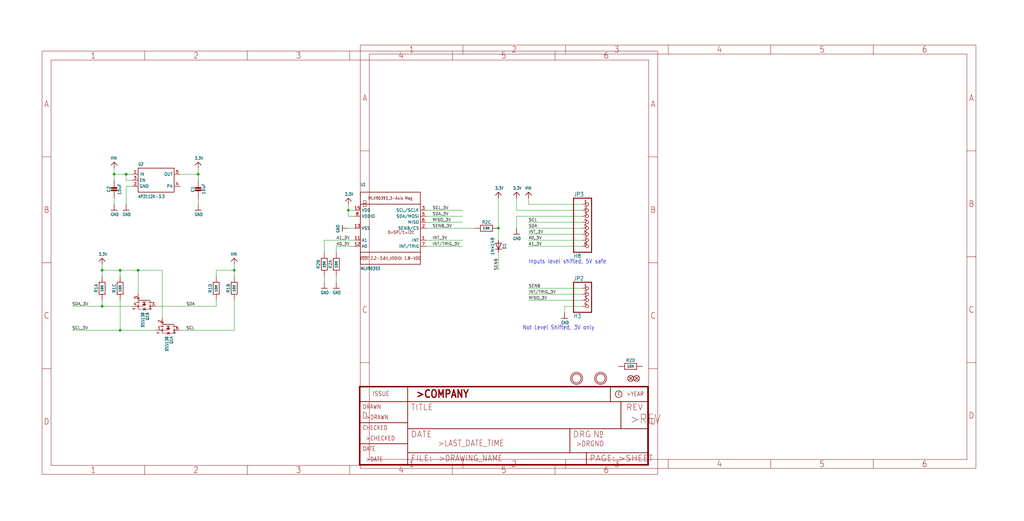
<source format=kicad_sch>
(kicad_sch (version 20211123) (generator eeschema)
  (paper "User" 433.07 220.421)
  (lib_symbols
    (symbol "schematicEagle-eagle-import:3.3V" (power)
      (property "Value" "3.3V" (at -1.524 1.016 0))
      (symbol "3.3V_1_0"
        (polyline (pts (xy -1.27 -1.27) (xy 0 0)) (stroke (width 0.254)))
        (polyline (pts (xy 0 0) (xy 1.27 -1.27)) (stroke (width 0.254)))
        (pin power_in line (at 0 -2.54 90) (length 2.54) (name "3.3V") (number "1"))
      )
    )
    (symbol "schematicEagle-eagle-import:CAP_CERAMIC0805_10MGAP"
      (property "Reference" "C" (at -2.29 1.25 90))
      (property "Value" "CAP_CERAMIC0805_10MGAP" (at 2.3 1.25 90))
      (symbol "CAP_CERAMIC0805_10MGAP_1_0"
        (rectangle (start -1.27 0.508) (end 1.27 1.016) (fill (type outline)))
        (rectangle (start -1.27 1.524) (end 1.27 2.032) (fill (type outline)))
        (polyline (pts (xy 0 0.762) (xy 0 0)) (stroke (width 0.1524)))
        (polyline (pts (xy 0 2.54) (xy 0 1.778)) (stroke (width 0.1524)))
        (pin passive line (at 0 5.08 270) (length 2.54) (name "1") (number "1"))
        (pin passive line (at 0 -2.54 90) (length 2.54) (name "2") (number "2"))
      )
    )
    (symbol "schematicEagle-eagle-import:DIODESOD-323"
      (property "Reference" "D" (at 0 2.54 0))
      (property "Value" "DIODESOD-323" (at 0 -2.5 0))
      (symbol "DIODESOD-323_1_0"
        (polyline (pts (xy -1.27 -1.27) (xy 1.27 0)) (stroke (width 0.254)))
        (polyline (pts (xy -1.27 1.27) (xy -1.27 -1.27)) (stroke (width 0.254)))
        (polyline (pts (xy 1.27 0) (xy -1.27 1.27)) (stroke (width 0.254)))
        (polyline (pts (xy 1.27 0) (xy 1.27 -1.27)) (stroke (width 0.254)))
        (polyline (pts (xy 1.27 1.27) (xy 1.27 0)) (stroke (width 0.254)))
        (pin passive line (at -2.54 0 0) (length 2.54) (name "A") (number "A"))
        (pin passive line (at 2.54 0 180) (length 2.54) (name "C") (number "C"))
      )
    )
    (symbol "schematicEagle-eagle-import:FIDUCIAL_1MM"
      (symbol "FIDUCIAL_1MM_1_0"
        (polyline (pts (xy -0.762 0.762) (xy 0.762 -0.762)) (stroke (width 0.254)))
        (polyline (pts (xy 0.762 0.762) (xy -0.762 -0.762)) (stroke (width 0.254)))
        (circle (center 0 0) (radius 1.27) (stroke (width 0.254)))
      )
    )
    (symbol "schematicEagle-eagle-import:FRAME_A4"
      (symbol "FRAME_A4_0_0"
        (polyline (pts (xy 0 44.7675) (xy 3.81 44.7675)))
        (polyline (pts (xy 0 89.535) (xy 3.81 89.535)))
        (polyline (pts (xy 0 134.3025) (xy 3.81 134.3025)))
        (polyline (pts (xy 3.81 3.81) (xy 3.81 175.26)))
        (polyline (pts (xy 43.3917 0) (xy 43.3917 3.81)))
        (polyline (pts (xy 43.3917 175.26) (xy 43.3917 179.07)))
        (polyline (pts (xy 86.7833 0) (xy 86.7833 3.81)))
        (polyline (pts (xy 86.7833 175.26) (xy 86.7833 179.07)))
        (polyline (pts (xy 130.175 0) (xy 130.175 3.81)))
        (polyline (pts (xy 130.175 175.26) (xy 130.175 179.07)))
        (polyline (pts (xy 173.5667 0) (xy 173.5667 3.81)))
        (polyline (pts (xy 173.5667 175.26) (xy 173.5667 179.07)))
        (polyline (pts (xy 216.9583 0) (xy 216.9583 3.81)))
        (polyline (pts (xy 216.9583 175.26) (xy 216.9583 179.07)))
        (polyline (pts (xy 256.54 3.81) (xy 3.81 3.81)))
        (polyline (pts (xy 256.54 3.81) (xy 256.54 175.26)))
        (polyline (pts (xy 256.54 44.7675) (xy 260.35 44.7675)))
        (polyline (pts (xy 256.54 89.535) (xy 260.35 89.535)))
        (polyline (pts (xy 256.54 134.3025) (xy 260.35 134.3025)))
        (polyline (pts (xy 256.54 175.26) (xy 3.81 175.26)))
        (polyline (pts (xy 0 0) (xy 260.35 0) (xy 260.35 179.07) (xy 0 179.07) (xy 0 0)))
        (text "1" (at 21.6958 1.905 0) (effects (font (size 2.54 2.286))))
        (text "1" (at 21.6958 177.165 0) (effects (font (size 2.54 2.286))))
        (text "2" (at 65.0875 1.905 0) (effects (font (size 2.54 2.286))))
        (text "2" (at 65.0875 177.165 0) (effects (font (size 2.54 2.286))))
        (text "3" (at 108.4792 1.905 0) (effects (font (size 2.54 2.286))))
        (text "3" (at 108.4792 177.165 0) (effects (font (size 2.54 2.286))))
        (text "4" (at 151.8708 1.905 0) (effects (font (size 2.54 2.286))))
        (text "4" (at 151.8708 177.165 0) (effects (font (size 2.54 2.286))))
        (text "5" (at 195.2625 1.905 0) (effects (font (size 2.54 2.286))))
        (text "5" (at 195.2625 177.165 0) (effects (font (size 2.54 2.286))))
        (text "6" (at 238.6542 1.905 0) (effects (font (size 2.54 2.286))))
        (text "6" (at 238.6542 177.165 0) (effects (font (size 2.54 2.286))))
        (text "A" (at 1.905 156.6863 0) (effects (font (size 2.54 2.286))))
        (text "A" (at 258.445 156.6863 0) (effects (font (size 2.54 2.286))))
        (text "B" (at 1.905 111.9188 0) (effects (font (size 2.54 2.286))))
        (text "B" (at 258.445 111.9188 0) (effects (font (size 2.54 2.286))))
        (text "C" (at 1.905 67.1513 0) (effects (font (size 2.54 2.286))))
        (text "C" (at 258.445 67.1513 0) (effects (font (size 2.54 2.286))))
        (text "D" (at 1.905 22.3838 0) (effects (font (size 2.54 2.286))))
        (text "D" (at 258.445 22.3838 0) (effects (font (size 2.54 2.286))))
      )
      (symbol "FRAME_A4_1_0"
        (polyline (pts (xy 256.54 3.81) (xy 256.54 8.89)) (stroke (width 0.1016)))
        (polyline (pts (xy 256.54 8.89) (xy 256.54 13.97)) (stroke (width 0.1016)))
        (polyline (pts (xy 256.54 13.97) (xy 256.54 19.05)) (stroke (width 0.1016)))
        (polyline (pts (xy 256.54 19.05) (xy 256.54 36.83)) (stroke (width 0.1016)))
      )
      (symbol "FRAME_A4_2_0"
        (polyline (pts (xy -0.3048 1.5748) (xy 20.0152 1.5748)) (stroke (width 0.6096)))
        (polyline (pts (xy -0.3048 10.4648) (xy -0.3048 1.5748)) (stroke (width 0.6096)))
        (polyline (pts (xy -0.3048 10.4648) (xy 20.0152 10.4648)) (stroke (width 0.3048)))
        (polyline (pts (xy -0.3048 19.3548) (xy -0.3048 10.4648)) (stroke (width 0.6096)))
        (polyline (pts (xy -0.3048 19.3548) (xy 20.0152 19.3548)) (stroke (width 0.3048)))
        (polyline (pts (xy -0.3048 28.2448) (xy -0.3048 19.3548)) (stroke (width 0.6096)))
        (polyline (pts (xy -0.3048 28.2448) (xy 20.0152 28.2448)) (stroke (width 0.3048)))
        (polyline (pts (xy -0.3048 34.5948) (xy -0.3048 28.2448)) (stroke (width 0.6096)))
        (polyline (pts (xy 20.0152 1.5748) (xy 20.0152 6.6548)) (stroke (width 0.3048)))
        (polyline (pts (xy 20.0152 1.5748) (xy 95.5802 1.5748)) (stroke (width 0.6096)))
        (polyline (pts (xy 20.0152 6.6548) (xy 20.0152 10.4648)) (stroke (width 0.3048)))
        (polyline (pts (xy 20.0152 6.6548) (xy 88.5952 6.6548)) (stroke (width 0.3048)))
        (polyline (pts (xy 20.0152 10.4648) (xy 20.0152 16.8148)) (stroke (width 0.3048)))
        (polyline (pts (xy 20.0152 16.8148) (xy 20.0152 19.3548)) (stroke (width 0.3048)))
        (polyline (pts (xy 20.0152 19.3548) (xy 20.0152 28.2448)) (stroke (width 0.3048)))
        (polyline (pts (xy 20.0152 28.2448) (xy 20.0152 34.5948)) (stroke (width 0.3048)))
        (polyline (pts (xy 20.0152 28.2448) (xy 105.7402 28.2448)) (stroke (width 0.3048)))
        (polyline (pts (xy 20.0152 34.5948) (xy -0.3048 34.5948)) (stroke (width 0.6096)))
        (polyline (pts (xy 88.5952 6.6548) (xy 95.5802 6.6548)) (stroke (width 0.3048)))
        (polyline (pts (xy 88.5952 16.8148) (xy 20.0152 16.8148)) (stroke (width 0.3048)))
        (polyline (pts (xy 88.5952 16.8148) (xy 88.5952 6.6548)) (stroke (width 0.3048)))
        (polyline (pts (xy 95.5802 1.5748) (xy 121.6152 1.5748)) (stroke (width 0.6096)))
        (polyline (pts (xy 95.5802 6.6548) (xy 95.5802 1.5748)) (stroke (width 0.3048)))
        (polyline (pts (xy 95.5802 6.6548) (xy 121.6152 6.6548)) (stroke (width 0.3048)))
        (polyline (pts (xy 101.2952 13.3223) (xy 102.2477 13.3223)) (stroke (width 0.254)))
        (polyline (pts (xy 105.7402 28.2448) (xy 105.7402 34.5948)) (stroke (width 0.3048)))
        (polyline (pts (xy 105.7402 28.2448) (xy 110.1852 28.2448)) (stroke (width 0.3048)))
        (polyline (pts (xy 105.7402 34.5948) (xy 20.0152 34.5948)) (stroke (width 0.6096)))
        (polyline (pts (xy 110.1852 16.8148) (xy 88.5952 16.8148)) (stroke (width 0.3048)))
        (polyline (pts (xy 110.1852 28.2448) (xy 110.1852 16.8148)) (stroke (width 0.3048)))
        (polyline (pts (xy 110.1852 28.2448) (xy 121.6152 28.2448)) (stroke (width 0.3048)))
        (polyline (pts (xy 121.6152 6.6548) (xy 121.6152 1.5748)) (stroke (width 0.6096)))
        (polyline (pts (xy 121.6152 16.8148) (xy 110.1852 16.8148)) (stroke (width 0.3048)))
        (polyline (pts (xy 121.6152 16.8148) (xy 121.6152 6.6548)) (stroke (width 0.6096)))
        (polyline (pts (xy 121.6152 28.2448) (xy 121.6152 16.8148)) (stroke (width 0.6096)))
        (polyline (pts (xy 121.6152 34.5948) (xy 105.7402 34.5948)) (stroke (width 0.6096)))
        (polyline (pts (xy 121.6152 34.5948) (xy 121.6152 28.2448)) (stroke (width 0.6096)))
        (circle (center 109.2327 31.4198) (radius 1.4199) (stroke (width 0.254)))
        (text ">CHECKED" (at 2.2352 11.7348 0) (effects (font (size 1.778 1.5113)) (justify left bottom)))
        (text ">COMPANY" (at 23.349 29.6735 0) (effects (font (size 3.175 2.6987) (thickness 0.5397) bold) (justify left bottom)))
        (text ">DATE" (at 2.2352 2.8448 0) (effects (font (size 1.778 1.5113)) (justify left bottom)))
        (text ">DRAWING_NAME" (at 33.0327 2.8448 0) (effects (font (size 2.54 2.159)) (justify left bottom)))
        (text ">DRAWN" (at 2.2352 20.6248 0) (effects (font (size 1.778 1.5113)) (justify left bottom)))
        (text ">DRGNO" (at 91.1352 9.1948 0) (effects (font (size 2.1844 1.8567)) (justify left bottom)))
        (text ">LAST_DATE_TIME" (at 32.7152 9.1948 0) (effects (font (size 2.54 2.159)) (justify left bottom)))
        (text ">REV" (at 113.9952 18.7198 0) (effects (font (size 3.81 3.2385)) (justify left bottom)))
        (text ">SHEET" (at 108.9152 2.8448 0) (effects (font (size 2.54 2.54)) (justify left bottom)))
        (text ">YEAR" (at 112.4077 30.4673 0) (effects (font (size 1.778 1.5113)) (justify left bottom)))
        (text "C" (at 108.7564 30.7848 0) (effects (font (size 1.27 1.0795)) (justify left bottom)))
        (text "CHECKED" (at 0.9652 16.1798 0) (effects (font (size 1.778 1.5113)) (justify left bottom)))
        (text "DATE" (at 0.9652 7.2898 0) (effects (font (size 1.778 1.5113)) (justify left bottom)))
        (text "DATE" (at 21.2852 13.0048 0) (effects (font (size 2.54 2.54)) (justify left bottom)))
        (text "DRAWN" (at 0.9652 25.0698 0) (effects (font (size 1.778 1.5113)) (justify left bottom)))
        (text "DRG" (at 89.8652 13.0048 0) (effects (font (size 2.54 2.54)) (justify left bottom)))
        (text "FILE:" (at 21.2852 2.8448 0) (effects (font (size 2.54 2.54)) (justify left bottom)))
        (text "ISSUE" (at 5.0927 30.4673 0) (effects (font (size 1.9304 1.6408)) (justify left bottom)))
        (text "N" (at 98.4377 13.0048 0) (effects (font (size 2.54 2.54)) (justify left bottom)))
        (text "o" (at 100.9777 13.9573 0) (effects (font (size 2.1844 1.8567)) (justify left bottom)))
        (text "PAGE:" (at 96.8502 2.8448 0) (effects (font (size 2.54 2.54)) (justify left bottom)))
        (text "REV" (at 112.4077 24.4348 0) (effects (font (size 2.54 2.54)) (justify left bottom)))
        (text "TITLE" (at 21.2852 24.4348 0) (effects (font (size 2.54 2.54)) (justify left bottom)))
      )
    )
    (symbol "schematicEagle-eagle-import:GND" (power)
      (property "Value" "GND" (at -1.524 -2.54 0))
      (symbol "GND_1_0"
        (polyline (pts (xy -1.27 0) (xy 1.27 0)) (stroke (width 0.254)))
        (pin power_in line (at 0 2.54 270) (length 2.54) (name "GND") (number "1"))
      )
    )
    (symbol "schematicEagle-eagle-import:HEADER-1X4ROUND"
      (property "Reference" "JP" (at -6.35 8.255 0))
      (property "Value" "HEADER-1X4ROUND" (at -6.35 -7.62 0))
      (symbol "HEADER-1X4ROUND_1_0"
        (polyline (pts (xy -6.35 -5.08) (xy 1.27 -5.08)) (stroke (width 0.4064)))
        (polyline (pts (xy -6.35 7.62) (xy -6.35 -5.08)) (stroke (width 0.4064)))
        (polyline (pts (xy 1.27 -5.08) (xy 1.27 7.62)) (stroke (width 0.4064)))
        (polyline (pts (xy 1.27 7.62) (xy -6.35 7.62)) (stroke (width 0.4064)))
        (pin passive inverted (at -2.54 5.08 0) (length 2.54) (name "1") (number "1"))
        (pin passive inverted (at -2.54 2.54 0) (length 2.54) (name "2") (number "2"))
        (pin passive inverted (at -2.54 0 0) (length 2.54) (name "3") (number "3"))
        (pin passive inverted (at -2.54 -2.54 0) (length 2.54) (name "4") (number "4"))
      )
    )
    (symbol "schematicEagle-eagle-import:HEADER-1X8ROUND"
      (property "Reference" "JP" (at -6.35 13.335 0))
      (property "Value" "HEADER-1X8ROUND" (at -6.35 -12.7 0))
      (symbol "HEADER-1X8ROUND_1_0"
        (polyline (pts (xy -6.35 -10.16) (xy 1.27 -10.16)) (stroke (width 0.4064)))
        (polyline (pts (xy -6.35 12.7) (xy -6.35 -10.16)) (stroke (width 0.4064)))
        (polyline (pts (xy 1.27 -10.16) (xy 1.27 12.7)) (stroke (width 0.4064)))
        (polyline (pts (xy 1.27 12.7) (xy -6.35 12.7)) (stroke (width 0.4064)))
        (pin passive inverted (at -2.54 10.16 0) (length 2.54) (name "1") (number "1"))
        (pin passive inverted (at -2.54 7.62 0) (length 2.54) (name "2") (number "2"))
        (pin passive inverted (at -2.54 5.08 0) (length 2.54) (name "3") (number "3"))
        (pin passive inverted (at -2.54 2.54 0) (length 2.54) (name "4") (number "4"))
        (pin passive inverted (at -2.54 0 0) (length 2.54) (name "5") (number "5"))
        (pin passive inverted (at -2.54 -2.54 0) (length 2.54) (name "6") (number "6"))
        (pin passive inverted (at -2.54 -5.08 0) (length 2.54) (name "7") (number "7"))
        (pin passive inverted (at -2.54 -7.62 0) (length 2.54) (name "8") (number "8"))
      )
    )
    (symbol "schematicEagle-eagle-import:MLX90393"
      (property "Reference" "U" (at -12.7 17.78 0))
      (property "Value" "MLX90393" (at -12.7 -17.78 0))
      (symbol "MLX90393_1_0"
        (polyline (pts (xy -12.7 -15.24) (xy 12.7 -15.24)) (stroke (width 0.254)))
        (polyline (pts (xy -12.7 -10.16) (xy -12.7 -15.24)) (stroke (width 0.254)))
        (polyline (pts (xy -12.7 -10.16) (xy -12.7 10.16)) (stroke (width 0.254)))
        (polyline (pts (xy -12.7 10.16) (xy -12.7 15.24)) (stroke (width 0.254)))
        (polyline (pts (xy -12.7 10.16) (xy 12.7 10.16)) (stroke (width 0.254)))
        (polyline (pts (xy -12.7 15.24) (xy 12.7 15.24)) (stroke (width 0.254)))
        (polyline (pts (xy 12.7 -15.24) (xy 12.7 -10.16)) (stroke (width 0.254)))
        (polyline (pts (xy 12.7 -10.16) (xy -12.7 -10.16)) (stroke (width 0.254)))
        (polyline (pts (xy 12.7 10.16) (xy 12.7 -10.16)) (stroke (width 0.254)))
        (polyline (pts (xy 12.7 15.24) (xy 12.7 10.16)) (stroke (width 0.254)))
        (text "0=SPI/1=I2C" (at 10.16 -2.54 0) (effects (font (size 1.27 1.0795)) (justify right bottom)))
        (text "MLX90393_3-Axis Mag" (at 0 12.7 0) (effects (font (size 1.27 1.0795))))
        (text "VDD: 2.2-3.6V_VDDIO: 1.8-VDD" (at 0 -12.7 0) (effects (font (size 1.27 1.0795))))
        (pin output line (at 15.24 -5.08 180) (length 2.54) (name "INT") (number "1"))
        (pin input line (at -15.24 -5.08 0) (length 2.54) (name "A1") (number "11"))
        (pin input line (at -15.24 -7.62 0) (length 2.54) (name "A0") (number "12"))
        (pin power_in line (at -15.24 0 0) (length 2.54) (name "VSS") (number "13"))
        (pin power_in line (at -15.24 7.62 0) (length 2.54) (name "VDD") (number "15"))
        (pin input line (at 15.24 0 180) (length 2.54) (name "SENB/CS") (number "2"))
        (pin input line (at 15.24 7.62 180) (length 2.54) (name "SCL/SCLK") (number "3"))
        (pin bidirectional line (at 15.24 5.08 180) (length 2.54) (name "SDA/MOSI") (number "5"))
        (pin output line (at 15.24 2.54 180) (length 2.54) (name "MISO") (number "6"))
        (pin bidirectional line (at 15.24 -7.62 180) (length 2.54) (name "INT/TRIG") (number "7"))
        (pin power_in line (at -15.24 5.08 0) (length 2.54) (name "VDDIO") (number "8"))
      )
    )
    (symbol "schematicEagle-eagle-import:MOSFET-N_DUAL"
      (property "Reference" "Q" (at 5.08 0.635 0))
      (property "Value" "MOSFET-N_DUAL" (at 5.08 -1.27 0))
      (symbol "MOSFET-N_DUAL_1_0"
        (polyline (pts (xy 0 2.54) (xy 0 -2.54)) (stroke (width 0.254)))
        (polyline (pts (xy 0.762 -2.54) (xy 0.762 -3.175)) (stroke (width 0.254)))
        (polyline (pts (xy 0.762 -1.905) (xy 0.762 -2.54)) (stroke (width 0.254)))
        (polyline (pts (xy 0.762 0) (xy 0.762 -0.762)) (stroke (width 0.254)))
        (polyline (pts (xy 0.762 0) (xy 2.54 0)) (stroke (width 0.1524)))
        (polyline (pts (xy 0.762 0.762) (xy 0.762 0)) (stroke (width 0.254)))
        (polyline (pts (xy 0.762 2.54) (xy 0.762 1.905)) (stroke (width 0.254)))
        (polyline (pts (xy 0.762 2.54) (xy 3.81 2.54)) (stroke (width 0.1524)))
        (polyline (pts (xy 0.762 3.175) (xy 0.762 2.54)) (stroke (width 0.254)))
        (polyline (pts (xy 2.54 -2.54) (xy 0.762 -2.54)) (stroke (width 0.1524)))
        (polyline (pts (xy 2.54 -2.54) (xy 3.81 -2.54)) (stroke (width 0.1524)))
        (polyline (pts (xy 2.54 0) (xy 2.54 -2.54)) (stroke (width 0.1524)))
        (polyline (pts (xy 3.302 0.508) (xy 3.048 0.254)) (stroke (width 0.1524)))
        (polyline (pts (xy 3.81 0.508) (xy 3.302 0.508)) (stroke (width 0.1524)))
        (polyline (pts (xy 3.81 0.508) (xy 3.81 -2.54)) (stroke (width 0.1524)))
        (polyline (pts (xy 3.81 2.54) (xy 3.81 0.508)) (stroke (width 0.1524)))
        (polyline (pts (xy 4.318 0.508) (xy 3.81 0.508)) (stroke (width 0.1524)))
        (polyline (pts (xy 4.572 0.762) (xy 4.318 0.508)) (stroke (width 0.1524)))
        (polyline (pts (xy 1.016 0) (xy 2.032 0.762) (xy 2.032 -0.762)) (fill (type outline)))
        (polyline (pts (xy 3.81 0.508) (xy 3.302 -0.254) (xy 4.318 -0.254)) (fill (type outline)))
        (circle (center 2.54 -2.54) (radius 0.3592))
        (circle (center 2.54 2.54) (radius 0.3592))
        (text "D" (at 3.175 3.175 0) (effects (font (size 0.8128 0.6908)) (justify left bottom)))
        (text "G" (at -1.27 -1.905 0) (effects (font (size 0.8128 0.6908)) (justify left bottom)))
        (text "S" (at 3.175 -3.81 0) (effects (font (size 0.8128 0.6908)) (justify left bottom)))
        (pin bidirectional line (at 2.54 -5.08 90) (length 2.54) (name "S") (number "1"))
        (pin bidirectional line (at -2.54 -2.54 0) (length 2.54) (name "G") (number "2"))
        (pin bidirectional line (at 2.54 5.08 270) (length 2.54) (name "D") (number "6"))
      )
      (symbol "MOSFET-N_DUAL_2_0"
        (polyline (pts (xy 0 2.54) (xy 0 -2.54)) (stroke (width 0.254)))
        (polyline (pts (xy 0.762 -2.54) (xy 0.762 -3.175)) (stroke (width 0.254)))
        (polyline (pts (xy 0.762 -1.905) (xy 0.762 -2.54)) (stroke (width 0.254)))
        (polyline (pts (xy 0.762 0) (xy 0.762 -0.762)) (stroke (width 0.254)))
        (polyline (pts (xy 0.762 0) (xy 2.54 0)) (stroke (width 0.1524)))
        (polyline (pts (xy 0.762 0.762) (xy 0.762 0)) (stroke (width 0.254)))
        (polyline (pts (xy 0.762 2.54) (xy 0.762 1.905)) (stroke (width 0.254)))
        (polyline (pts (xy 0.762 2.54) (xy 3.81 2.54)) (stroke (width 0.1524)))
        (polyline (pts (xy 0.762 3.175) (xy 0.762 2.54)) (stroke (width 0.254)))
        (polyline (pts (xy 2.54 -2.54) (xy 0.762 -2.54)) (stroke (width 0.1524)))
        (polyline (pts (xy 2.54 -2.54) (xy 3.81 -2.54)) (stroke (width 0.1524)))
        (polyline (pts (xy 2.54 0) (xy 2.54 -2.54)) (stroke (width 0.1524)))
        (polyline (pts (xy 3.302 0.508) (xy 3.048 0.254)) (stroke (width 0.1524)))
        (polyline (pts (xy 3.81 0.508) (xy 3.302 0.508)) (stroke (width 0.1524)))
        (polyline (pts (xy 3.81 0.508) (xy 3.81 -2.54)) (stroke (width 0.1524)))
        (polyline (pts (xy 3.81 2.54) (xy 3.81 0.508)) (stroke (width 0.1524)))
        (polyline (pts (xy 4.318 0.508) (xy 3.81 0.508)) (stroke (width 0.1524)))
        (polyline (pts (xy 4.572 0.762) (xy 4.318 0.508)) (stroke (width 0.1524)))
        (polyline (pts (xy 1.016 0) (xy 2.032 0.762) (xy 2.032 -0.762)) (fill (type outline)))
        (polyline (pts (xy 3.81 0.508) (xy 3.302 -0.254) (xy 4.318 -0.254)) (fill (type outline)))
        (circle (center 2.54 -2.54) (radius 0.3592))
        (circle (center 2.54 2.54) (radius 0.3592))
        (text "D" (at 3.175 3.175 0) (effects (font (size 0.8128 0.6908)) (justify left bottom)))
        (text "G" (at -1.27 -1.905 0) (effects (font (size 0.8128 0.6908)) (justify left bottom)))
        (text "S" (at 3.175 -3.81 0) (effects (font (size 0.8128 0.6908)) (justify left bottom)))
        (pin bidirectional line (at 2.54 5.08 270) (length 2.54) (name "D") (number "3"))
        (pin bidirectional line (at 2.54 -5.08 90) (length 2.54) (name "S") (number "4"))
        (pin bidirectional line (at -2.54 -2.54 0) (length 2.54) (name "G") (number "5"))
      )
    )
    (symbol "schematicEagle-eagle-import:MOUNTINGHOLE2.5"
      (symbol "MOUNTINGHOLE2.5_1_0"
        (circle (center 0 0) (radius 1.905) (stroke (width 0.254)))
        (circle (center 0 0) (radius 2.54) (stroke (width 0.254)))
      )
    )
    (symbol "schematicEagle-eagle-import:RESISTOR_4PACK_NO"
      (property "Reference" "R" (at 0 2.54 0))
      (property "Value" "RESISTOR_4PACK_NO" (at 0 0 0))
      (symbol "RESISTOR_4PACK_NO_1_0"
        (polyline (pts (xy -2.54 -1.27) (xy -2.54 1.27)) (stroke (width 0.254)))
        (polyline (pts (xy -2.54 1.27) (xy 2.54 1.27)) (stroke (width 0.254)))
        (polyline (pts (xy 2.54 -1.27) (xy -2.54 -1.27)) (stroke (width 0.254)))
        (polyline (pts (xy 2.54 1.27) (xy 2.54 -1.27)) (stroke (width 0.254)))
        (pin passive line (at -5.08 0 0) (length 2.54) (name "1") (number "1"))
        (pin passive line (at 5.08 0 180) (length 2.54) (name "2") (number "8"))
      )
      (symbol "RESISTOR_4PACK_NO_2_0"
        (polyline (pts (xy -2.54 -1.27) (xy -2.54 1.27)) (stroke (width 0.254)))
        (polyline (pts (xy -2.54 1.27) (xy 2.54 1.27)) (stroke (width 0.254)))
        (polyline (pts (xy 2.54 -1.27) (xy -2.54 -1.27)) (stroke (width 0.254)))
        (polyline (pts (xy 2.54 1.27) (xy 2.54 -1.27)) (stroke (width 0.254)))
        (pin passive line (at -5.08 0 0) (length 2.54) (name "1") (number "2"))
        (pin passive line (at 5.08 0 180) (length 2.54) (name "2") (number "7"))
      )
      (symbol "RESISTOR_4PACK_NO_3_0"
        (polyline (pts (xy -2.54 -1.27) (xy -2.54 1.27)) (stroke (width 0.254)))
        (polyline (pts (xy -2.54 1.27) (xy 2.54 1.27)) (stroke (width 0.254)))
        (polyline (pts (xy 2.54 -1.27) (xy -2.54 -1.27)) (stroke (width 0.254)))
        (polyline (pts (xy 2.54 1.27) (xy 2.54 -1.27)) (stroke (width 0.254)))
        (pin passive line (at -5.08 0 0) (length 2.54) (name "1") (number "3"))
        (pin passive line (at 5.08 0 180) (length 2.54) (name "2") (number "6"))
      )
      (symbol "RESISTOR_4PACK_NO_4_0"
        (polyline (pts (xy -2.54 -1.27) (xy -2.54 1.27)) (stroke (width 0.254)))
        (polyline (pts (xy -2.54 1.27) (xy 2.54 1.27)) (stroke (width 0.254)))
        (polyline (pts (xy 2.54 -1.27) (xy -2.54 -1.27)) (stroke (width 0.254)))
        (polyline (pts (xy 2.54 1.27) (xy 2.54 -1.27)) (stroke (width 0.254)))
        (pin passive line (at -5.08 0 0) (length 2.54) (name "1") (number "4"))
        (pin passive line (at 5.08 0 180) (length 2.54) (name "2") (number "5"))
      )
    )
    (symbol "schematicEagle-eagle-import:VIN" (power)
      (property "Value" "VIN" (at -1.524 1.016 0))
      (symbol "VIN_1_0"
        (polyline (pts (xy -1.27 -1.27) (xy 0 0)) (stroke (width 0.254)))
        (polyline (pts (xy 0 0) (xy 1.27 -1.27)) (stroke (width 0.254)))
        (pin power_in line (at 0 -2.54 90) (length 2.54) (name "VIN") (number "1"))
      )
    )
    (symbol "schematicEagle-eagle-import:VREG_SOT23-5"
      (property "Reference" "U" (at -7.62 6.096 0))
      (property "Value" "VREG_SOT23-5" (at -7.62 -7.62 0))
      (symbol "VREG_SOT23-5_1_0"
        (polyline (pts (xy -7.62 -5.08) (xy -7.62 5.08)) (stroke (width 0.254)))
        (polyline (pts (xy -7.62 5.08) (xy 7.62 5.08)) (stroke (width 0.254)))
        (polyline (pts (xy 7.62 -5.08) (xy -7.62 -5.08)) (stroke (width 0.254)))
        (polyline (pts (xy 7.62 5.08) (xy 7.62 -5.08)) (stroke (width 0.254)))
        (pin power_in line (at -10.16 2.54 0) (length 2.54) (name "IN") (number "1"))
        (pin power_in line (at -10.16 -2.54 0) (length 2.54) (name "GND") (number "2"))
        (pin input line (at -10.16 0 0) (length 2.54) (name "EN") (number "3"))
        (pin bidirectional line (at 10.16 -2.54 180) (length 2.54) (name "P4") (number "4"))
        (pin power_in line (at 10.16 2.54 180) (length 2.54) (name "OUT") (number "5"))
      )
    )
  )
  (junction (at 48.26 73.66))
  (junction (at 50.8 114.3))
  (junction (at 43.18 129.54))
  (junction (at 147.32 88.9))
  (junction (at 58.42 114.3))
  (junction (at 50.8 139.7))
  (junction (at 43.18 114.3))
  (junction (at 210.82 96.52))
  (junction (at 53.34 73.66))
  (junction (at 83.82 73.66))
  (junction (at 99.06 114.3))
  (wire (pts (xy 223.52 96.52) (xy 246.38 96.52)))
  (wire (pts (xy 147.32 91.44) (xy 147.32 88.9)))
  (wire (pts (xy 50.8 139.7) (xy 30.48 139.7)))
  (wire (pts (xy 48.26 83.82) (xy 48.26 86.36)))
  (wire (pts (xy 142.24 116.84) (xy 142.24 119.38)))
  (wire (pts (xy 147.32 88.9) (xy 147.32 86.36)))
  (wire (pts (xy 76.2 139.7) (xy 99.06 139.7)))
  (wire (pts (xy 223.52 104.14) (xy 246.38 104.14)))
  (wire (pts (xy 68.58 134.62) (xy 68.58 114.3)))
  (wire (pts (xy 68.58 114.3) (xy 58.42 114.3)))
  (wire (pts (xy 58.42 124.46) (xy 58.42 114.3)))
  (wire (pts (xy 210.82 96.52) (xy 210.82 83.82)))
  (wire (pts (xy 223.52 99.06) (xy 246.38 99.06)))
  (wire (pts (xy 180.34 91.44) (xy 195.58 91.44)))
  (wire (pts (xy 66.04 139.7) (xy 50.8 139.7)))
  (wire (pts (xy 149.86 101.6) (xy 137.16 101.6)))
  (wire (pts (xy 238.76 129.54) (xy 238.76 132.08)))
  (wire (pts (xy 149.86 88.9) (xy 147.32 88.9)))
  (wire (pts (xy 50.8 114.3) (xy 43.18 114.3)))
  (wire (pts (xy 48.26 76.2) (xy 48.26 73.66)))
  (wire (pts (xy 223.52 121.92) (xy 246.38 121.92)))
  (wire (pts (xy 76.2 73.66) (xy 83.82 73.66)))
  (wire (pts (xy 99.06 139.7) (xy 99.06 127)))
  (wire (pts (xy 180.34 96.52) (xy 200.66 96.52)))
  (wire (pts (xy 223.52 124.46) (xy 246.38 124.46)))
  (wire (pts (xy 43.18 116.84) (xy 43.18 114.3)))
  (wire (pts (xy 246.38 91.44) (xy 218.44 91.44)))
  (wire (pts (xy 83.82 73.66) (xy 83.82 76.2)))
  (wire (pts (xy 180.34 104.14) (xy 195.58 104.14)))
  (wire (pts (xy 137.16 101.6) (xy 137.16 106.68)))
  (wire (pts (xy 43.18 129.54) (xy 30.48 129.54)))
  (wire (pts (xy 83.82 83.82) (xy 83.82 86.36)))
  (wire (pts (xy 142.24 104.14) (xy 142.24 106.68)))
  (wire (pts (xy 91.44 116.84) (xy 91.44 114.3)))
  (wire (pts (xy 149.86 104.14) (xy 142.24 104.14)))
  (wire (pts (xy 55.88 76.2) (xy 53.34 76.2)))
  (wire (pts (xy 99.06 114.3) (xy 99.06 111.76)))
  (wire (pts (xy 91.44 127) (xy 91.44 129.54)))
  (wire (pts (xy 50.8 127) (xy 50.8 139.7)))
  (wire (pts (xy 246.38 88.9) (xy 218.44 88.9)))
  (wire (pts (xy 83.82 73.66) (xy 83.82 71.12)))
  (wire (pts (xy 149.86 96.52) (xy 147.32 96.52)))
  (wire (pts (xy 53.34 73.66) (xy 48.26 73.66)))
  (wire (pts (xy 223.52 93.98) (xy 246.38 93.98)))
  (wire (pts (xy 223.52 86.36) (xy 223.52 83.82)))
  (wire (pts (xy 246.38 86.36) (xy 223.52 86.36)))
  (wire (pts (xy 43.18 127) (xy 43.18 129.54)))
  (wire (pts (xy 55.88 73.66) (xy 53.34 73.66)))
  (wire (pts (xy 223.52 127) (xy 246.38 127)))
  (wire (pts (xy 66.04 129.54) (xy 91.44 129.54)))
  (wire (pts (xy 218.44 91.44) (xy 218.44 96.52)))
  (wire (pts (xy 43.18 114.3) (xy 43.18 111.76)))
  (wire (pts (xy 137.16 116.84) (xy 137.16 119.38)))
  (wire (pts (xy 246.38 101.6) (xy 223.52 101.6)))
  (wire (pts (xy 180.34 101.6) (xy 195.58 101.6)))
  (wire (pts (xy 218.44 88.9) (xy 218.44 83.82)))
  (wire (pts (xy 55.88 78.74) (xy 53.34 78.74)))
  (wire (pts (xy 55.88 129.54) (xy 43.18 129.54)))
  (wire (pts (xy 53.34 76.2) (xy 53.34 73.66)))
  (wire (pts (xy 48.26 73.66) (xy 48.26 71.12)))
  (wire (pts (xy 210.82 96.52) (xy 210.82 101.6)))
  (wire (pts (xy 50.8 116.84) (xy 50.8 114.3)))
  (wire (pts (xy 149.86 91.44) (xy 147.32 91.44)))
  (wire (pts (xy 180.34 88.9) (xy 195.58 88.9)))
  (wire (pts (xy 53.34 78.74) (xy 53.34 86.36)))
  (wire (pts (xy 91.44 114.3) (xy 99.06 114.3)))
  (wire (pts (xy 99.06 116.84) (xy 99.06 114.3)))
  (wire (pts (xy 180.34 93.98) (xy 195.58 93.98)))
  (wire (pts (xy 210.82 106.68) (xy 210.82 114.3)))
  (wire (pts (xy 58.42 114.3) (xy 50.8 114.3)))
  (wire (pts (xy 246.38 129.54) (xy 238.76 129.54)))
  (text "Inputs level shifted, 5V safe~{}" (at 223.52 111.76 180) (effects (font (size 1.778 1.5113)) (justify left bottom)))
  (text "Not Level Shifted, 3V only~{}" (at 220.98 139.7 180) (effects (font (size 1.778 1.5113)) (justify left bottom)))
  (label "SCL_3V" (at 30.48 139.7 0) (effects (font (size 1.2446 1.2446))))
  (label "INT/TRIG_3V" (at 223.52 124.46 0) (effects (font (size 1.2446 1.2446))))
  (label "MISO_3V" (at 182.88 93.98 0) (effects (font (size 1.2446 1.2446))))
  (label "INT_3V" (at 223.52 99.06 0) (effects (font (size 1.2446 1.2446))))
  (label "SCL" (at 78.74 139.7 0) (effects (font (size 1.2446 1.2446))))
  (label "SCL_3V" (at 182.88 88.9 0) (effects (font (size 1.2446 1.2446))))
  (label "SDA" (at 78.74 129.54 0) (effects (font (size 1.2446 1.2446))))
  (label "SENB" (at 223.52 121.92 0) (effects (font (size 1.2446 1.2446))))
  (label "SCL" (at 223.52 93.98 0) (effects (font (size 1.2446 1.2446))))
  (label "SENB" (at 210.82 114.3 90) (effects (font (size 1.2446 1.2446))))
  (label "A1_3V" (at 223.52 104.14 0) (effects (font (size 1.2446 1.2446))))
  (label "INT/TRIG_3V" (at 182.88 104.14 0) (effects (font (size 1.2446 1.2446))))
  (label "A0_3V" (at 142.24 104.14 0) (effects (font (size 1.2446 1.2446))))
  (label "INT_3V" (at 182.88 101.6 0) (effects (font (size 1.2446 1.2446))))
  (label "A1_3V" (at 142.24 101.6 0) (effects (font (size 1.2446 1.2446))))
  (label "SDA_3V" (at 30.48 129.54 0) (effects (font (size 1.2446 1.2446))))
  (label "A0_3V" (at 223.52 101.6 0) (effects (font (size 1.2446 1.2446))))
  (label "SDA_3V" (at 182.88 91.44 0) (effects (font (size 1.2446 1.2446))))
  (label "SENB_3V" (at 182.88 96.52 0) (effects (font (size 1.2446 1.2446))))
  (label "MISO_3V" (at 223.52 127 0) (effects (font (size 1.2446 1.2446))))
  (label "SDA" (at 223.52 96.52 0) (effects (font (size 1.2446 1.2446))))
  (symbol (lib_id "schematicEagle-eagle-import:VIN") (at 99.06 109.22 0) (unit 1)
    (property "Reference" "#U$16" (effects hide))
    (property "Value" "VIN" (at 97.536 108.204 0) (effects (font (size 1.27 1.0795)) (justify left bottom)))
    (property "Footprint" "schematicEagle:" (effects hide))
  )
  (symbol (lib_id "schematicEagle-eagle-import:FRAME_A4") (at 152.4 198.12 0) (unit 2)
    (property "Reference" "#FRAME1" (effects hide))
    (property "Value" "FRAME_A4" (effects hide))
    (property "Footprint" "schematicEagle:" (effects hide))
  )
  (symbol (lib_id "schematicEagle-eagle-import:VIN") (at 223.52 81.28 0) (unit 1)
    (property "Reference" "#U$12" (effects hide))
    (property "Value" "VIN" (at 221.996 80.264 0) (effects (font (size 1.27 1.0795)) (justify left bottom)))
    (property "Footprint" "schematicEagle:" (effects hide))
  )
  (symbol (lib_id "schematicEagle-eagle-import:RESISTOR_4PACK_NO") (at 266.7 154.94 0) (unit 4)
    (property "Reference" "R2" (at 266.7 152.4 0))
    (property "Value" "10K" (at 266.7 154.94 0) (effects (font (size 1.016 1.016) bold)))
    (property "Footprint" "schematicEagle:RESPACK_4X0603_NO" (effects hide))
  )
  (symbol (lib_id "schematicEagle-eagle-import:GND") (at 53.34 88.9 0) (unit 1)
    (property "Reference" "#U$11" (effects hide))
    (property "Value" "GND" (at 51.816 91.44 0) (effects (font (size 1.27 1.0795)) (justify left bottom)))
    (property "Footprint" "schematicEagle:" (effects hide))
  )
  (symbol (lib_id "schematicEagle-eagle-import:FRAME_A4") (at 17.78 200.66 0) (unit 1)
    (property "Reference" "#FRAME1" (effects hide))
    (property "Value" "FRAME_A4" (effects hide))
    (property "Footprint" "schematicEagle:" (effects hide))
  )
  (symbol (lib_id "schematicEagle-eagle-import:RESISTOR_4PACK_NO") (at 43.18 121.92 90) (unit 1)
    (property "Reference" "R1" (at 40.64 121.92 0))
    (property "Value" "10K" (at 43.18 121.92 0) (effects (font (size 1.016 1.016) bold)))
    (property "Footprint" "schematicEagle:RESPACK_4X0603_NO" (effects hide))
  )
  (symbol (lib_id "schematicEagle-eagle-import:3.3V") (at 43.18 109.22 0) (unit 1)
    (property "Reference" "#U$17" (effects hide))
    (property "Value" "3.3V" (at 41.656 108.204 0) (effects (font (size 1.27 1.0795)) (justify left bottom)))
    (property "Footprint" "schematicEagle:" (effects hide))
  )
  (symbol (lib_id "schematicEagle-eagle-import:MOSFET-N_DUAL") (at 71.12 137.16 270) (unit 1)
    (property "Reference" "Q1" (at 71.755 142.24 0) (effects (font (size 1.27 1.0795)) (justify left bottom)))
    (property "Value" "BSS138" (at 69.85 142.24 0) (effects (font (size 1.27 1.0795)) (justify left bottom)))
    (property "Footprint" "schematicEagle:SOT363" (effects hide))
  )
  (symbol (lib_id "schematicEagle-eagle-import:CAP_CERAMIC0805_10MGAP") (at 48.26 81.28 0) (unit 1)
    (property "Reference" "C2" (at 45.97 80.03 90))
    (property "Value" "10uF" (at 50.56 80.03 90))
    (property "Footprint" "schematicEagle:0805_10MGAP" (effects hide))
  )
  (symbol (lib_id "schematicEagle-eagle-import:MOSFET-N_DUAL") (at 60.96 127 270) (unit 2)
    (property "Reference" "Q1" (at 61.595 132.08 0) (effects (font (size 1.27 1.0795)) (justify left bottom)))
    (property "Value" "BSS138" (at 59.69 132.08 0) (effects (font (size 1.27 1.0795)) (justify left bottom)))
    (property "Footprint" "schematicEagle:SOT363" (effects hide))
  )
  (symbol (lib_id "schematicEagle-eagle-import:FIDUCIAL_1MM") (at 266.7 160.02 0) (unit 1)
    (property "Reference" "FID3" (effects hide))
    (property "Value" "FIDUCIAL_1MM" (effects hide))
    (property "Footprint" "schematicEagle:FIDUCIAL_1MM" (effects hide))
  )
  (symbol (lib_id "schematicEagle-eagle-import:GND") (at 218.44 99.06 0) (unit 1)
    (property "Reference" "#U$14" (effects hide))
    (property "Value" "GND" (at 216.916 101.6 0) (effects (font (size 1.27 1.0795)) (justify left bottom)))
    (property "Footprint" "schematicEagle:" (effects hide))
  )
  (symbol (lib_id "schematicEagle-eagle-import:GND") (at 83.82 88.9 0) (unit 1)
    (property "Reference" "#U$7" (effects hide))
    (property "Value" "GND" (at 82.296 91.44 0) (effects (font (size 1.27 1.0795)) (justify left bottom)))
    (property "Footprint" "schematicEagle:" (effects hide))
  )
  (symbol (lib_id "schematicEagle-eagle-import:RESISTOR_4PACK_NO") (at 205.74 96.52 0) (unit 3)
    (property "Reference" "R2" (at 205.74 93.98 0))
    (property "Value" "10K" (at 205.74 96.52 0) (effects (font (size 1.016 1.016) bold)))
    (property "Footprint" "schematicEagle:RESPACK_4X0603_NO" (effects hide))
  )
  (symbol (lib_id "schematicEagle-eagle-import:FIDUCIAL_1MM") (at 269.24 160.02 0) (unit 1)
    (property "Reference" "FID1" (effects hide))
    (property "Value" "FIDUCIAL_1MM" (effects hide))
    (property "Footprint" "schematicEagle:FIDUCIAL_1MM" (effects hide))
  )
  (symbol (lib_id "schematicEagle-eagle-import:MOUNTINGHOLE2.5") (at 243.84 160.02 0) (unit 1)
    (property "Reference" "U$23" (effects hide))
    (property "Value" "MOUNTINGHOLE2.5" (effects hide))
    (property "Footprint" "schematicEagle:MOUNTINGHOLE_2.5_PLATED" (effects hide))
  )
  (symbol (lib_id "schematicEagle-eagle-import:GND") (at 137.16 121.92 0) (unit 1)
    (property "Reference" "#U$2" (effects hide))
    (property "Value" "GND" (at 135.636 124.46 0) (effects (font (size 1.27 1.0795)) (justify left bottom)))
    (property "Footprint" "schematicEagle:" (effects hide))
  )
  (symbol (lib_id "schematicEagle-eagle-import:3.3V") (at 210.82 81.28 0) (unit 1)
    (property "Reference" "#U$4" (effects hide))
    (property "Value" "3.3V" (at 209.296 80.264 0) (effects (font (size 1.27 1.0795)) (justify left bottom)))
    (property "Footprint" "schematicEagle:" (effects hide))
  )
  (symbol (lib_id "schematicEagle-eagle-import:GND") (at 48.26 88.9 0) (unit 1)
    (property "Reference" "#U$8" (effects hide))
    (property "Value" "GND" (at 46.736 91.44 0) (effects (font (size 1.27 1.0795)) (justify left bottom)))
    (property "Footprint" "schematicEagle:" (effects hide))
  )
  (symbol (lib_id "schematicEagle-eagle-import:RESISTOR_4PACK_NO") (at 99.06 121.92 90) (unit 2)
    (property "Reference" "R1" (at 96.52 121.92 0))
    (property "Value" "10K" (at 99.06 121.92 0) (effects (font (size 1.016 1.016) bold)))
    (property "Footprint" "schematicEagle:RESPACK_4X0603_NO" (effects hide))
  )
  (symbol (lib_id "schematicEagle-eagle-import:HEADER-1X4ROUND") (at 248.92 127 0) (unit 1)
    (property "Reference" "JP2" (at 242.57 118.745 0) (effects (font (size 1.778 1.5113)) (justify left bottom)))
    (property "Value" "H3" (at 242.57 134.62 0) (effects (font (size 1.778 1.5113)) (justify left bottom)))
    (property "Footprint" "schematicEagle:1X04_ROUND" (effects hide))
  )
  (symbol (lib_id "schematicEagle-eagle-import:3.3V") (at 147.32 83.82 0) (unit 1)
    (property "Reference" "#U$5" (effects hide))
    (property "Value" "3.3V" (at 145.796 82.804 0) (effects (font (size 1.27 1.0795)) (justify left bottom)))
    (property "Footprint" "schematicEagle:" (effects hide))
  )
  (symbol (lib_id "schematicEagle-eagle-import:RESISTOR_4PACK_NO") (at 50.8 121.92 90) (unit 3)
    (property "Reference" "R1" (at 48.26 121.92 0))
    (property "Value" "10K" (at 50.8 121.92 0) (effects (font (size 1.016 1.016) bold)))
    (property "Footprint" "schematicEagle:RESPACK_4X0603_NO" (effects hide))
  )
  (symbol (lib_id "schematicEagle-eagle-import:RESISTOR_4PACK_NO") (at 137.16 111.76 90) (unit 2)
    (property "Reference" "R2" (at 134.62 111.76 0))
    (property "Value" "10K" (at 137.16 111.76 0) (effects (font (size 1.016 1.016) bold)))
    (property "Footprint" "schematicEagle:RESPACK_4X0603_NO" (effects hide))
  )
  (symbol (lib_id "schematicEagle-eagle-import:MOUNTINGHOLE2.5") (at 254 160.02 0) (unit 1)
    (property "Reference" "U$19" (effects hide))
    (property "Value" "MOUNTINGHOLE2.5" (effects hide))
    (property "Footprint" "schematicEagle:MOUNTINGHOLE_2.5_PLATED" (effects hide))
  )
  (symbol (lib_id "schematicEagle-eagle-import:CAP_CERAMIC0805_10MGAP") (at 83.82 81.28 0) (unit 1)
    (property "Reference" "C1" (at 81.53 80.03 90))
    (property "Value" "10uf" (at 86.12 80.03 90))
    (property "Footprint" "schematicEagle:0805_10MGAP" (effects hide))
  )
  (symbol (lib_id "schematicEagle-eagle-import:GND") (at 238.76 134.62 0) (unit 1)
    (property "Reference" "#U$15" (effects hide))
    (property "Value" "GND" (at 237.236 137.16 0) (effects (font (size 1.27 1.0795)) (justify left bottom)))
    (property "Footprint" "schematicEagle:" (effects hide))
  )
  (symbol (lib_id "schematicEagle-eagle-import:MLX90393") (at 165.1 96.52 0) (unit 1)
    (property "Reference" "U1" (at 152.4 78.74 0) (effects (font (size 1.27 1.0795)) (justify left bottom)))
    (property "Value" "MLX90393" (at 152.4 114.3 0) (effects (font (size 1.27 1.0795)) (justify left bottom)))
    (property "Footprint" "schematicEagle:QFN16_3MM" (effects hide))
  )
  (symbol (lib_id "schematicEagle-eagle-import:GND") (at 144.78 96.52 270) (unit 1)
    (property "Reference" "#U$6" (effects hide))
    (property "Value" "GND" (at 142.24 94.996 0) (effects (font (size 1.27 1.0795)) (justify left bottom)))
    (property "Footprint" "schematicEagle:" (effects hide))
  )
  (symbol (lib_id "schematicEagle-eagle-import:VIN") (at 48.26 68.58 0) (unit 1)
    (property "Reference" "#U$10" (effects hide))
    (property "Value" "VIN" (at 46.736 67.564 0) (effects (font (size 1.27 1.0795)) (justify left bottom)))
    (property "Footprint" "schematicEagle:" (effects hide))
  )
  (symbol (lib_id "schematicEagle-eagle-import:VREG_SOT23-5") (at 66.04 76.2 0) (unit 1)
    (property "Reference" "U2" (at 58.42 70.104 0) (effects (font (size 1.27 1.0795)) (justify left bottom)))
    (property "Value" "AP2112K-3.3" (at 58.42 83.82 0) (effects (font (size 1.27 1.0795)) (justify left bottom)))
    (property "Footprint" "schematicEagle:SOT23-5" (effects hide))
  )
  (symbol (lib_id "schematicEagle-eagle-import:RESISTOR_4PACK_NO") (at 142.24 111.76 90) (unit 1)
    (property "Reference" "R2" (at 139.7 111.76 0))
    (property "Value" "10K" (at 142.24 111.76 0) (effects (font (size 1.016 1.016) bold)))
    (property "Footprint" "schematicEagle:RESPACK_4X0603_NO" (effects hide))
  )
  (symbol (lib_id "schematicEagle-eagle-import:HEADER-1X8ROUND") (at 248.92 96.52 0) (unit 1)
    (property "Reference" "JP3" (at 242.57 83.185 0) (effects (font (size 1.778 1.5113)) (justify left bottom)))
    (property "Value" "H8" (at 242.57 109.22 0) (effects (font (size 1.778 1.5113)) (justify left bottom)))
    (property "Footprint" "schematicEagle:1X08_ROUND" (effects hide))
  )
  (symbol (lib_id "schematicEagle-eagle-import:RESISTOR_4PACK_NO") (at 91.44 121.92 90) (unit 4)
    (property "Reference" "R1" (at 88.9 121.92 0))
    (property "Value" "10K" (at 91.44 121.92 0) (effects (font (size 1.016 1.016) bold)))
    (property "Footprint" "schematicEagle:RESPACK_4X0603_NO" (effects hide))
  )
  (symbol (lib_id "schematicEagle-eagle-import:DIODESOD-323") (at 210.82 104.14 270) (unit 1)
    (property "Reference" "D1" (at 213.36 104.14 0))
    (property "Value" "1N4148" (at 208.32 104.14 0))
    (property "Footprint" "schematicEagle:SOD-323" (effects hide))
  )
  (symbol (lib_id "schematicEagle-eagle-import:3.3V") (at 83.82 68.58 0) (unit 1)
    (property "Reference" "#U$9" (effects hide))
    (property "Value" "3.3V" (at 82.296 67.564 0) (effects (font (size 1.27 1.0795)) (justify left bottom)))
    (property "Footprint" "schematicEagle:" (effects hide))
  )
  (symbol (lib_id "schematicEagle-eagle-import:3.3V") (at 218.44 81.28 0) (unit 1)
    (property "Reference" "#U$13" (effects hide))
    (property "Value" "3.3V" (at 216.916 80.264 0) (effects (font (size 1.27 1.0795)) (justify left bottom)))
    (property "Footprint" "schematicEagle:" (effects hide))
  )
  (symbol (lib_id "schematicEagle-eagle-import:GND") (at 142.24 121.92 0) (unit 1)
    (property "Reference" "#U$1" (effects hide))
    (property "Value" "GND" (at 140.716 124.46 0) (effects (font (size 1.27 1.0795)) (justify left bottom)))
    (property "Footprint" "schematicEagle:" (effects hide))
  )
)
</source>
